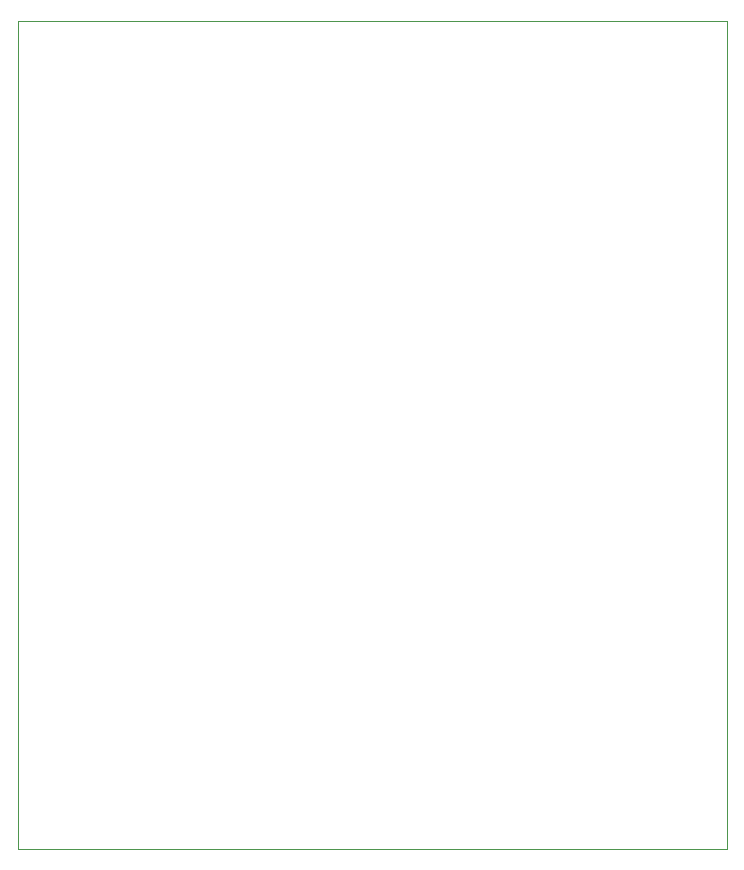
<source format=gbr>
G04 Layer_Color=0*
%FSLAX26Y26*%
%MOIN*%
%TF.FileFunction,Profile,NP*%
%TF.Part,Single*%
G01*
G75*
%TA.AperFunction,Profile*%
%ADD57C,0.001000*%
D57*
X-39370Y-0D02*
X2322834Y-0D01*
X2322835Y2760000D01*
X-39370Y2760000D01*
X-39370Y-0D01*
%TF.MD5,6869d95555ca563db5e948fb9370338c*%
M02*

</source>
